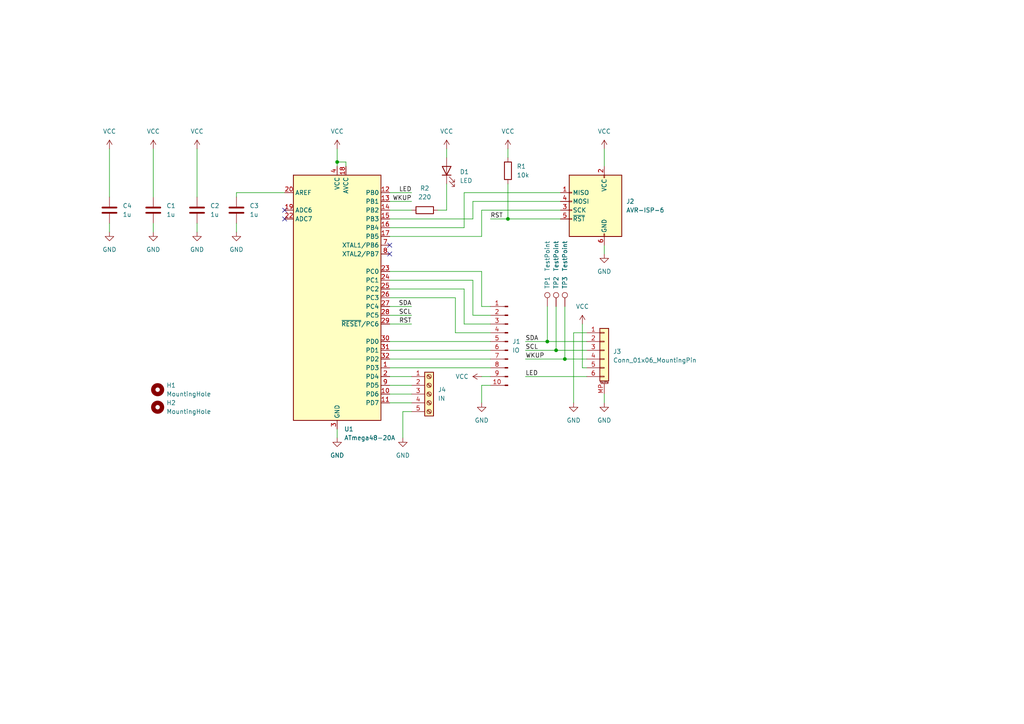
<source format=kicad_sch>
(kicad_sch (version 20211123) (generator eeschema)
  (paper "A4")
  (lib_symbols
    (symbol "Connector:AVR-ISP-6" (pin_names (offset 1.016))
      (property "Reference" "J" (at -6.35 11.43 0))
      (property "Value" "AVR-ISP-6" (at 0 11.43 0))
      (symbol "AVR-ISP-6_0_1"
        (rectangle (start -2.667 -6.858) (end -2.413 -7.62))
        (rectangle (start -2.667 10.16) (end -2.413 9.398))
        (rectangle (start 7.62 -2.413) (end 6.858 -2.667))
        (rectangle (start 7.62 0.127) (end 6.858 -0.127))
        (rectangle (start 7.62 2.667) (end 6.858 2.413))
        (rectangle (start 7.62 5.207) (end 6.858 4.953))
        (rectangle (start 7.62 10.16) (end -7.62 -7.62) (stroke (width 0.254)) (fill (type background)))
      )
      (symbol "AVR-ISP-6_1_1"
        (pin passive line (at 10.16 5.08 180) (length 2.54) (name "MISO") (number "1"))
        (pin passive line (at -2.54 12.7 270) (length 2.54) (name "VCC") (number "2"))
        (pin passive line (at 10.16 0 180) (length 2.54) (name "SCK") (number "3"))
        (pin passive line (at 10.16 2.54 180) (length 2.54) (name "MOSI") (number "4"))
        (pin passive line (at 10.16 -2.54 180) (length 2.54) (name "~{RST}") (number "5"))
        (pin passive line (at -2.54 -10.16 90) (length 2.54) (name "GND") (number "6"))
      )
    )
    (symbol "Connector:Conn_01x10_Male" (pin_names (offset 1.016) hide)
      (property "Reference" "J" (at 0 12.7 0))
      (property "Value" "Conn_01x10_Male" (at 0 -15.24 0))
      (symbol "Conn_01x10_Male_1_1"
        (polyline (pts (xy 1.27 -12.7) (xy 0.8636 -12.7)) (stroke (width 0.1524)))
        (polyline (pts (xy 1.27 -10.16) (xy 0.8636 -10.16)) (stroke (width 0.1524)))
        (polyline (pts (xy 1.27 -7.62) (xy 0.8636 -7.62)) (stroke (width 0.1524)))
        (polyline (pts (xy 1.27 -5.08) (xy 0.8636 -5.08)) (stroke (width 0.1524)))
        (polyline (pts (xy 1.27 -2.54) (xy 0.8636 -2.54)) (stroke (width 0.1524)))
        (polyline (pts (xy 1.27 0) (xy 0.8636 0)) (stroke (width 0.1524)))
        (polyline (pts (xy 1.27 2.54) (xy 0.8636 2.54)) (stroke (width 0.1524)))
        (polyline (pts (xy 1.27 5.08) (xy 0.8636 5.08)) (stroke (width 0.1524)))
        (polyline (pts (xy 1.27 7.62) (xy 0.8636 7.62)) (stroke (width 0.1524)))
        (polyline (pts (xy 1.27 10.16) (xy 0.8636 10.16)) (stroke (width 0.1524)))
        (rectangle (start 0.8636 -12.573) (end 0 -12.827) (stroke (width 0.1524)) (fill (type outline)))
        (rectangle (start 0.8636 -10.033) (end 0 -10.287) (stroke (width 0.1524)) (fill (type outline)))
        (rectangle (start 0.8636 -7.493) (end 0 -7.747) (stroke (width 0.1524)) (fill (type outline)))
        (rectangle (start 0.8636 -4.953) (end 0 -5.207) (stroke (width 0.1524)) (fill (type outline)))
        (rectangle (start 0.8636 -2.413) (end 0 -2.667) (stroke (width 0.1524)) (fill (type outline)))
        (rectangle (start 0.8636 0.127) (end 0 -0.127) (stroke (width 0.1524)) (fill (type outline)))
        (rectangle (start 0.8636 2.667) (end 0 2.413) (stroke (width 0.1524)) (fill (type outline)))
        (rectangle (start 0.8636 5.207) (end 0 4.953) (stroke (width 0.1524)) (fill (type outline)))
        (rectangle (start 0.8636 7.747) (end 0 7.493) (stroke (width 0.1524)) (fill (type outline)))
        (rectangle (start 0.8636 10.287) (end 0 10.033) (stroke (width 0.1524)) (fill (type outline)))
        (pin passive line (at 5.08 10.16 180) (length 3.81) (name "Pin_1") (number "1"))
        (pin passive line (at 5.08 -12.7 180) (length 3.81) (name "Pin_10") (number "10"))
        (pin passive line (at 5.08 7.62 180) (length 3.81) (name "Pin_2") (number "2"))
        (pin passive line (at 5.08 5.08 180) (length 3.81) (name "Pin_3") (number "3"))
        (pin passive line (at 5.08 2.54 180) (length 3.81) (name "Pin_4") (number "4"))
        (pin passive line (at 5.08 0 180) (length 3.81) (name "Pin_5") (number "5"))
        (pin passive line (at 5.08 -2.54 180) (length 3.81) (name "Pin_6") (number "6"))
        (pin passive line (at 5.08 -5.08 180) (length 3.81) (name "Pin_7") (number "7"))
        (pin passive line (at 5.08 -7.62 180) (length 3.81) (name "Pin_8") (number "8"))
        (pin passive line (at 5.08 -10.16 180) (length 3.81) (name "Pin_9") (number "9"))
      )
    )
    (symbol "Connector:Screw_Terminal_01x05" (pin_names (offset 1.016) hide)
      (property "Reference" "J" (at 0 7.62 0))
      (property "Value" "Screw_Terminal_01x05" (at 0 -7.62 0))
      (symbol "Screw_Terminal_01x05_1_1"
        (rectangle (start -1.27 6.35) (end 1.27 -6.35) (stroke (width 0.254)) (fill (type background)))
        (circle (center 0 -5.08) (radius 0.635) (stroke (width 0.1524)))
        (circle (center 0 -2.54) (radius 0.635) (stroke (width 0.1524)))
        (polyline (pts (xy -0.5334 -4.7498) (xy 0.3302 -5.588)) (stroke (width 0.1524)))
        (polyline (pts (xy -0.5334 -2.2098) (xy 0.3302 -3.048)) (stroke (width 0.1524)))
        (polyline (pts (xy -0.5334 0.3302) (xy 0.3302 -0.508)) (stroke (width 0.1524)))
        (polyline (pts (xy -0.5334 2.8702) (xy 0.3302 2.032)) (stroke (width 0.1524)))
        (polyline (pts (xy -0.5334 5.4102) (xy 0.3302 4.572)) (stroke (width 0.1524)))
        (polyline (pts (xy -0.3556 -4.572) (xy 0.508 -5.4102)) (stroke (width 0.1524)))
        (polyline (pts (xy -0.3556 -2.032) (xy 0.508 -2.8702)) (stroke (width 0.1524)))
        (polyline (pts (xy -0.3556 0.508) (xy 0.508 -0.3302)) (stroke (width 0.1524)))
        (polyline (pts (xy -0.3556 3.048) (xy 0.508 2.2098)) (stroke (width 0.1524)))
        (polyline (pts (xy -0.3556 5.588) (xy 0.508 4.7498)) (stroke (width 0.1524)))
        (circle (center 0 0) (radius 0.635) (stroke (width 0.1524)))
        (circle (center 0 2.54) (radius 0.635) (stroke (width 0.1524)))
        (circle (center 0 5.08) (radius 0.635) (stroke (width 0.1524)))
        (pin passive line (at -5.08 5.08 0) (length 3.81) (name "Pin_1") (number "1"))
        (pin passive line (at -5.08 2.54 0) (length 3.81) (name "Pin_2") (number "2"))
        (pin passive line (at -5.08 0 0) (length 3.81) (name "Pin_3") (number "3"))
        (pin passive line (at -5.08 -2.54 0) (length 3.81) (name "Pin_4") (number "4"))
        (pin passive line (at -5.08 -5.08 0) (length 3.81) (name "Pin_5") (number "5"))
      )
    )
    (symbol "Connector:TestPoint" (pin_numbers hide) (pin_names (offset 0.762) hide)
      (property "Reference" "TP" (at 0 6.858 0))
      (property "Value" "TestPoint" (at 0 5.08 0))
      (symbol "TestPoint_0_1"
        (circle (center 0 3.302) (radius 0.762))
      )
      (symbol "TestPoint_1_1"
        (pin passive line (at 0 0 90) (length 2.54) (name "1") (number "1"))
      )
    )
    (symbol "Connector_Generic_MountingPin:Conn_01x06_MountingPin" (pin_names (offset 1.016) hide)
      (property "Reference" "J" (at 0 7.62 0))
      (property "Value" "Conn_01x06_MountingPin" (at 1.27 -10.16 0))
      (symbol "Conn_01x06_MountingPin_1_1"
        (rectangle (start -1.27 -7.493) (end 0 -7.747) (stroke (width 0.1524)))
        (rectangle (start -1.27 -4.953) (end 0 -5.207) (stroke (width 0.1524)))
        (rectangle (start -1.27 -2.413) (end 0 -2.667) (stroke (width 0.1524)))
        (rectangle (start -1.27 0.127) (end 0 -0.127) (stroke (width 0.1524)))
        (rectangle (start -1.27 2.667) (end 0 2.413) (stroke (width 0.1524)))
        (rectangle (start -1.27 5.207) (end 0 4.953) (stroke (width 0.1524)))
        (rectangle (start -1.27 6.35) (end 1.27 -8.89) (stroke (width 0.254)) (fill (type background)))
        (polyline (pts (xy -1.016 -9.652) (xy 1.016 -9.652)) (stroke (width 0.1524)))
        (text "Mounting" (at 0 -9.271 0) (effects (font (size 0.381 0.381))))
        (pin passive line (at -5.08 5.08 0) (length 3.81) (name "Pin_1") (number "1"))
        (pin passive line (at -5.08 2.54 0) (length 3.81) (name "Pin_2") (number "2"))
        (pin passive line (at -5.08 0 0) (length 3.81) (name "Pin_3") (number "3"))
        (pin passive line (at -5.08 -2.54 0) (length 3.81) (name "Pin_4") (number "4"))
        (pin passive line (at -5.08 -5.08 0) (length 3.81) (name "Pin_5") (number "5"))
        (pin passive line (at -5.08 -7.62 0) (length 3.81) (name "Pin_6") (number "6"))
        (pin passive line (at 0 -12.7 90) (length 3.048) (name "MountPin") (number "MP"))
      )
    )
    (symbol "Device:C" (pin_numbers hide) (pin_names (offset 0.254))
      (property "Reference" "C" (at 0.635 2.54 0))
      (property "Value" "C" (at 0.635 -2.54 0))
      (symbol "C_0_1"
        (polyline (pts (xy -2.032 -0.762) (xy 2.032 -0.762)) (stroke (width 0.508)))
        (polyline (pts (xy -2.032 0.762) (xy 2.032 0.762)) (stroke (width 0.508)))
      )
      (symbol "C_1_1"
        (pin passive line (at 0 3.81 270) (length 2.794) (name "~") (number "1"))
        (pin passive line (at 0 -3.81 90) (length 2.794) (name "~") (number "2"))
      )
    )
    (symbol "Device:LED" (pin_numbers hide) (pin_names (offset 1.016) hide)
      (property "Reference" "D" (at 0 2.54 0))
      (property "Value" "LED" (at 0 -2.54 0))
      (symbol "LED_0_1"
        (polyline (pts (xy -1.27 -1.27) (xy -1.27 1.27)) (stroke (width 0.254)))
        (polyline (pts (xy -1.27 0) (xy 1.27 0)))
        (polyline (pts (xy 1.27 -1.27) (xy 1.27 1.27) (xy -1.27 0) (xy 1.27 -1.27)) (stroke (width 0.254)))
        (polyline (pts (xy -3.048 -0.762) (xy -4.572 -2.286) (xy -3.81 -2.286) (xy -4.572 -2.286) (xy -4.572 -1.524)))
        (polyline (pts (xy -1.778 -0.762) (xy -3.302 -2.286) (xy -2.54 -2.286) (xy -3.302 -2.286) (xy -3.302 -1.524)))
      )
      (symbol "LED_1_1"
        (pin passive line (at -3.81 0 0) (length 2.54) (name "K") (number "1"))
        (pin passive line (at 3.81 0 180) (length 2.54) (name "A") (number "2"))
      )
    )
    (symbol "Device:R" (pin_numbers hide) (pin_names (offset 0))
      (property "Reference" "R" (at 2.032 0 90))
      (property "Value" "R" (at 0 0 90))
      (symbol "R_0_1"
        (rectangle (start -1.016 -2.54) (end 1.016 2.54) (stroke (width 0.254)))
      )
      (symbol "R_1_1"
        (pin passive line (at 0 3.81 270) (length 1.27) (name "~") (number "1"))
        (pin passive line (at 0 -3.81 90) (length 1.27) (name "~") (number "2"))
      )
    )
    (symbol "MCU_Microchip_ATmega:ATmega48-20A"
      (property "Reference" "U" (at -12.7 36.83 0))
      (property "Value" "ATmega48-20A" (at 2.54 -36.83 0))
      (symbol "ATmega48-20A_0_1"
        (rectangle (start -12.7 -35.56) (end 12.7 35.56) (stroke (width 0.254)) (fill (type background)))
      )
      (symbol "ATmega48-20A_1_1"
        (pin bidirectional line (at 15.24 -20.32 180) (length 2.54) (name "PD3") (number "1"))
        (pin bidirectional line (at 15.24 -27.94 180) (length 2.54) (name "PD6") (number "10"))
        (pin bidirectional line (at 15.24 -30.48 180) (length 2.54) (name "PD7") (number "11"))
        (pin bidirectional line (at 15.24 30.48 180) (length 2.54) (name "PB0") (number "12"))
        (pin bidirectional line (at 15.24 27.94 180) (length 2.54) (name "PB1") (number "13"))
        (pin bidirectional line (at 15.24 25.4 180) (length 2.54) (name "PB2") (number "14"))
        (pin bidirectional line (at 15.24 22.86 180) (length 2.54) (name "PB3") (number "15"))
        (pin bidirectional line (at 15.24 20.32 180) (length 2.54) (name "PB4") (number "16"))
        (pin bidirectional line (at 15.24 17.78 180) (length 2.54) (name "PB5") (number "17"))
        (pin power_in line (at 2.54 38.1 270) (length 2.54) (name "AVCC") (number "18"))
        (pin input line (at -15.24 25.4 0) (length 2.54) (name "ADC6") (number "19"))
        (pin bidirectional line (at 15.24 -22.86 180) (length 2.54) (name "PD4") (number "2"))
        (pin passive line (at -15.24 30.48 0) (length 2.54) (name "AREF") (number "20"))
        (pin passive line (at 0 -38.1 90) (length 2.54) hide (name "GND") (number "21"))
        (pin input line (at -15.24 22.86 0) (length 2.54) (name "ADC7") (number "22"))
        (pin bidirectional line (at 15.24 7.62 180) (length 2.54) (name "PC0") (number "23"))
        (pin bidirectional line (at 15.24 5.08 180) (length 2.54) (name "PC1") (number "24"))
        (pin bidirectional line (at 15.24 2.54 180) (length 2.54) (name "PC2") (number "25"))
        (pin bidirectional line (at 15.24 0 180) (length 2.54) (name "PC3") (number "26"))
        (pin bidirectional line (at 15.24 -2.54 180) (length 2.54) (name "PC4") (number "27"))
        (pin bidirectional line (at 15.24 -5.08 180) (length 2.54) (name "PC5") (number "28"))
        (pin bidirectional line (at 15.24 -7.62 180) (length 2.54) (name "~{RESET}/PC6") (number "29"))
        (pin power_in line (at 0 -38.1 90) (length 2.54) (name "GND") (number "3"))
        (pin bidirectional line (at 15.24 -12.7 180) (length 2.54) (name "PD0") (number "30"))
        (pin bidirectional line (at 15.24 -15.24 180) (length 2.54) (name "PD1") (number "31"))
        (pin bidirectional line (at 15.24 -17.78 180) (length 2.54) (name "PD2") (number "32"))
        (pin power_in line (at 0 38.1 270) (length 2.54) (name "VCC") (number "4"))
        (pin passive line (at 0 -38.1 90) (length 2.54) hide (name "GND") (number "5"))
        (pin passive line (at 0 38.1 270) (length 2.54) hide (name "VCC") (number "6"))
        (pin bidirectional line (at 15.24 15.24 180) (length 2.54) (name "XTAL1/PB6") (number "7"))
        (pin bidirectional line (at 15.24 12.7 180) (length 2.54) (name "XTAL2/PB7") (number "8"))
        (pin bidirectional line (at 15.24 -25.4 180) (length 2.54) (name "PD5") (number "9"))
      )
    )
    (symbol "Mechanical:MountingHole" (pin_names (offset 1.016))
      (property "Reference" "H" (at 0 5.08 0))
      (property "Value" "MountingHole" (at 0 3.175 0))
      (symbol "MountingHole_0_1"
        (circle (center 0 0) (radius 1.27) (stroke (width 1.27)))
      )
    )
    (symbol "power:GND" (power) (pin_names (offset 0))
      (property "Value" "GND" (at 0 -3.81 0))
      (symbol "GND_0_1"
        (polyline (pts (xy 0 0) (xy 0 -1.27) (xy 1.27 -1.27) (xy 0 -2.54) (xy -1.27 -1.27) (xy 0 -1.27)))
      )
      (symbol "GND_1_1"
        (pin power_in line (at 0 0 270) (length 0) hide (name "GND") (number "1"))
      )
    )
    (symbol "power:VCC" (power) (pin_names (offset 0))
      (property "Value" "VCC" (at 0 3.81 0))
      (symbol "VCC_0_1"
        (polyline (pts (xy -0.762 1.27) (xy 0 2.54)))
        (polyline (pts (xy 0 0) (xy 0 2.54)))
        (polyline (pts (xy 0 2.54) (xy 0.762 1.27)))
      )
      (symbol "VCC_1_1"
        (pin power_in line (at 0 0 90) (length 0) hide (name "VCC") (number "1"))
      )
    )
  )
  (junction (at 158.75 99.06))
  (junction (at 163.83 104.14))
  (junction (at 161.29 101.6))
  (junction (at 147.32 63.5))
  (junction (at 97.79 46.99))
  (no_connect (at 82.55 63.5))
  (no_connect (at 82.55 60.96))
  (no_connect (at 113.03 73.66))
  (no_connect (at 113.03 71.12))
  (wire (pts (xy 147.32 45.72) (xy 147.32 43.18)))
  (wire (pts (xy 162.56 63.5) (xy 147.32 63.5)))
  (wire (pts (xy 142.24 88.9) (xy 139.7 88.9)))
  (wire (pts (xy 152.4 104.14) (xy 163.83 104.14)))
  (wire (pts (xy 142.24 63.5) (xy 147.32 63.5)))
  (wire (pts (xy 113.03 91.44) (xy 119.38 91.44)))
  (wire (pts (xy 168.91 93.98) (xy 168.91 106.68)))
  (wire (pts (xy 137.16 81.28) (xy 137.16 91.44)))
  (wire (pts (xy 158.75 99.06) (xy 170.18 99.06)))
  (wire (pts (xy 170.18 96.52) (xy 166.37 96.52)))
  (wire (pts (xy 97.79 46.99) (xy 100.33 46.99)))
  (wire (pts (xy 113.03 58.42) (xy 119.38 58.42)))
  (wire (pts (xy 139.7 68.58) (xy 139.7 60.96)))
  (wire (pts (xy 119.38 111.76) (xy 113.03 111.76)))
  (wire (pts (xy 137.16 58.42) (xy 162.56 58.42)))
  (wire (pts (xy 175.26 71.12) (xy 175.26 73.66)))
  (wire (pts (xy 57.15 64.77) (xy 57.15 67.31)))
  (wire (pts (xy 113.03 68.58) (xy 139.7 68.58)))
  (wire (pts (xy 175.26 43.18) (xy 175.26 48.26)))
  (wire (pts (xy 152.4 99.06) (xy 158.75 99.06)))
  (wire (pts (xy 147.32 63.5) (xy 147.32 53.34)))
  (wire (pts (xy 161.29 101.6) (xy 170.18 101.6)))
  (wire (pts (xy 113.03 60.96) (xy 119.38 60.96)))
  (wire (pts (xy 113.03 81.28) (xy 137.16 81.28)))
  (wire (pts (xy 139.7 78.74) (xy 139.7 88.9)))
  (wire (pts (xy 113.03 93.98) (xy 119.38 93.98)))
  (wire (pts (xy 152.4 109.22) (xy 170.18 109.22)))
  (wire (pts (xy 129.54 43.18) (xy 129.54 45.72)))
  (wire (pts (xy 31.75 64.77) (xy 31.75 67.31)))
  (wire (pts (xy 119.38 116.84) (xy 113.03 116.84)))
  (wire (pts (xy 97.79 46.99) (xy 97.79 48.26)))
  (wire (pts (xy 166.37 96.52) (xy 166.37 116.84)))
  (wire (pts (xy 113.03 88.9) (xy 119.38 88.9)))
  (wire (pts (xy 132.08 86.36) (xy 132.08 96.52)))
  (wire (pts (xy 152.4 101.6) (xy 161.29 101.6)))
  (wire (pts (xy 44.45 64.77) (xy 44.45 67.31)))
  (wire (pts (xy 113.03 83.82) (xy 134.62 83.82)))
  (wire (pts (xy 161.29 88.9) (xy 161.29 101.6)))
  (wire (pts (xy 163.83 104.14) (xy 170.18 104.14)))
  (wire (pts (xy 162.56 55.88) (xy 134.62 55.88)))
  (wire (pts (xy 119.38 114.3) (xy 113.03 114.3)))
  (wire (pts (xy 113.03 63.5) (xy 137.16 63.5)))
  (wire (pts (xy 97.79 43.18) (xy 97.79 46.99)))
  (wire (pts (xy 113.03 55.88) (xy 119.38 55.88)))
  (wire (pts (xy 68.58 57.15) (xy 68.58 55.88)))
  (wire (pts (xy 116.84 127) (xy 116.84 119.38)))
  (wire (pts (xy 100.33 46.99) (xy 100.33 48.26)))
  (wire (pts (xy 142.24 93.98) (xy 134.62 93.98)))
  (wire (pts (xy 113.03 101.6) (xy 142.24 101.6)))
  (wire (pts (xy 127 60.96) (xy 129.54 60.96)))
  (wire (pts (xy 170.18 106.68) (xy 168.91 106.68)))
  (wire (pts (xy 137.16 63.5) (xy 137.16 58.42)))
  (wire (pts (xy 113.03 99.06) (xy 142.24 99.06)))
  (wire (pts (xy 158.75 88.9) (xy 158.75 99.06)))
  (wire (pts (xy 139.7 109.22) (xy 142.24 109.22)))
  (wire (pts (xy 31.75 43.18) (xy 31.75 57.15)))
  (wire (pts (xy 119.38 109.22) (xy 113.03 109.22)))
  (wire (pts (xy 68.58 55.88) (xy 82.55 55.88)))
  (wire (pts (xy 57.15 43.18) (xy 57.15 57.15)))
  (wire (pts (xy 175.26 114.3) (xy 175.26 116.84)))
  (wire (pts (xy 134.62 83.82) (xy 134.62 93.98)))
  (wire (pts (xy 132.08 96.52) (xy 142.24 96.52)))
  (wire (pts (xy 116.84 119.38) (xy 119.38 119.38)))
  (wire (pts (xy 113.03 86.36) (xy 132.08 86.36)))
  (wire (pts (xy 129.54 53.34) (xy 129.54 60.96)))
  (wire (pts (xy 113.03 78.74) (xy 139.7 78.74)))
  (wire (pts (xy 113.03 106.68) (xy 142.24 106.68)))
  (wire (pts (xy 134.62 66.04) (xy 113.03 66.04)))
  (wire (pts (xy 97.79 124.46) (xy 97.79 127)))
  (wire (pts (xy 142.24 91.44) (xy 137.16 91.44)))
  (wire (pts (xy 134.62 55.88) (xy 134.62 66.04)))
  (wire (pts (xy 139.7 116.84) (xy 139.7 111.76)))
  (wire (pts (xy 113.03 104.14) (xy 142.24 104.14)))
  (wire (pts (xy 68.58 67.31) (xy 68.58 64.77)))
  (wire (pts (xy 44.45 43.18) (xy 44.45 57.15)))
  (wire (pts (xy 139.7 111.76) (xy 142.24 111.76)))
  (wire (pts (xy 163.83 88.9) (xy 163.83 104.14)))
  (wire (pts (xy 139.7 60.96) (xy 162.56 60.96)))
  (label "WKUP" (at 119.38 58.42 180))
  (label "RST" (at 142.24 63.5 0))
  (label "LED" (at 119.38 55.88 180))
  (label "SDA" (at 119.38 88.9 180))
  (label "RST" (at 119.38 93.98 180))
  (label "SCL" (at 152.4 101.6 0))
  (label "LED" (at 152.4 109.22 0))
  (label "WKUP" (at 152.4 104.14 0))
  (label "SCL" (at 119.38 91.44 180))
  (label "SDA" (at 152.4 99.06 0))
  (symbol (lib_id "Connector:TestPoint") (at 163.83 88.9 0) (unit 1)
    (property "Reference" "TP3" (at 163.83 83.82 90) (effects (justify left)))
    (property "Value" "TestPoint" (at 163.83 78.74 90) (effects (justify left)))
    (property "Footprint" "TestPoint:TestPoint_Pad_D2.0mm" (effects hide))
  )
  (symbol (lib_id "power:VCC") (at 44.45 43.18 0) (unit 1)
    (property "Reference" "#PWR0110" (effects hide))
    (property "Value" "VCC" (at 44.45 38.1 0))
  )
  (symbol (lib_id "power:GND") (at 44.45 67.31 0) (unit 1)
    (property "Reference" "#PWR0108" (effects hide))
    (property "Value" "GND" (at 44.45 72.39 0))
  )
  (symbol (lib_id "Device:C") (at 44.45 60.96 0) (unit 1)
    (property "Reference" "C1" (at 48.26 59.6899 0) (effects (justify left)))
    (property "Value" "1u" (at 48.26 62.2299 0) (effects (justify left)))
    (property "Footprint" "Capacitor_SMD:C_0402_1005Metric" (effects hide))
  )
  (symbol (lib_id "Mechanical:MountingHole") (at 45.72 118.11 0) (unit 1)
    (property "Reference" "H2" (at 48.26 116.8399 0) (effects (justify left)))
    (property "Value" "MountingHole" (at 48.26 119.3799 0) (effects (justify left)))
    (property "Footprint" "MountingHole:MountingHole_2.2mm_M2_ISO14580" (effects hide))
  )
  (symbol (lib_id "MCU_Microchip_ATmega:ATmega48-20A") (at 97.79 86.36 0) (unit 1)
    (property "Reference" "U1" (at 99.8094 124.46 0) (effects (justify left)))
    (property "Value" "ATmega48-20A" (at 99.8094 127 0) (effects (justify left)))
    (property "Footprint" "Package_QFP:TQFP-32_7x7mm_P0.8mm" (effects hide))
    (property "Datasheet" "http://ww1.microchip.com/downloads/en/DeviceDoc/Atmel-2545-8-bit-AVR-Microcontroller-ATmega48-88-168_Datasheet.pdf" (effects hide))
  )
  (symbol (lib_id "power:VCC") (at 97.79 43.18 0) (unit 1)
    (property "Reference" "#PWR0106" (effects hide))
    (property "Value" "VCC" (at 97.79 38.1 0))
  )
  (symbol (lib_id "Device:C") (at 68.58 60.96 0) (unit 1)
    (property "Reference" "C3" (at 72.39 59.6899 0) (effects (justify left)))
    (property "Value" "1u" (at 72.39 62.2299 0) (effects (justify left)))
    (property "Footprint" "Capacitor_SMD:C_0402_1005Metric" (effects hide))
  )
  (symbol (lib_id "power:GND") (at 31.75 67.31 0) (unit 1)
    (property "Reference" "#PWR0118" (effects hide))
    (property "Value" "GND" (at 31.75 72.39 0))
  )
  (symbol (lib_id "power:VCC") (at 168.91 93.98 0) (mirror y) (unit 1)
    (property "Reference" "#PWR0114" (effects hide))
    (property "Value" "VCC" (at 168.91 88.9 0))
  )
  (symbol (lib_id "Device:R") (at 123.19 60.96 270) (unit 1)
    (property "Reference" "R2" (at 123.19 54.61 90))
    (property "Value" "220" (at 123.19 57.15 90))
    (property "Footprint" "Resistor_SMD:R_0402_1005Metric" (effects hide))
  )
  (symbol (lib_id "Connector:Conn_01x10_Male") (at 147.32 99.06 0) (mirror y) (unit 1)
    (property "Reference" "J1" (at 148.59 99.0599 0) (effects (justify right)))
    (property "Value" "IO" (at 148.59 101.5999 0) (effects (justify right)))
    (property "Footprint" "Connector_IDC:IDC-Header_2x05_P2.54mm_Vertical" (effects hide))
  )
  (symbol (lib_id "power:GND") (at 166.37 116.84 0) (unit 1)
    (property "Reference" "#PWR0116" (effects hide))
    (property "Value" "GND" (at 166.37 121.92 0))
  )
  (symbol (lib_id "Device:R") (at 147.32 49.53 180) (unit 1)
    (property "Reference" "R1" (at 149.86 48.2599 0) (effects (justify right)))
    (property "Value" "10k" (at 149.86 50.7999 0) (effects (justify right)))
    (property "Footprint" "Resistor_SMD:R_0402_1005Metric" (effects hide))
  )
  (symbol (lib_id "Device:C") (at 31.75 60.96 0) (unit 1)
    (property "Reference" "C4" (at 35.56 59.6899 0) (effects (justify left)))
    (property "Value" "1u" (at 35.56 62.2299 0) (effects (justify left)))
    (property "Footprint" "Capacitor_SMD:C_0402_1005Metric" (effects hide))
  )
  (symbol (lib_id "power:GND") (at 68.58 67.31 0) (unit 1)
    (property "Reference" "#PWR0109" (effects hide))
    (property "Value" "GND" (at 68.58 72.39 0))
  )
  (symbol (lib_id "Connector:TestPoint") (at 158.75 88.9 0) (unit 1)
    (property "Reference" "TP1" (at 158.75 83.82 90) (effects (justify left)))
    (property "Value" "TestPoint" (at 158.75 78.74 90) (effects (justify left)))
    (property "Footprint" "TestPoint:TestPoint_Pad_D2.0mm" (effects hide))
  )
  (symbol (lib_id "power:VCC") (at 129.54 43.18 0) (mirror y) (unit 1)
    (property "Reference" "#PWR0113" (effects hide))
    (property "Value" "VCC" (at 129.54 38.1 0))
  )
  (symbol (lib_id "power:VCC") (at 139.7 109.22 90) (mirror x) (unit 1)
    (property "Reference" "#PWR0104" (effects hide))
    (property "Value" "VCC" (at 132.08 109.22 90) (effects (justify right)))
  )
  (symbol (lib_id "Device:C") (at 57.15 60.96 0) (unit 1)
    (property "Reference" "C2" (at 60.96 59.6899 0) (effects (justify left)))
    (property "Value" "1u" (at 60.96 62.2299 0) (effects (justify left)))
    (property "Footprint" "Capacitor_SMD:C_0402_1005Metric" (effects hide))
  )
  (symbol (lib_id "Connector:TestPoint") (at 161.29 88.9 0) (unit 1)
    (property "Reference" "TP2" (at 161.29 83.82 90) (effects (justify left)))
    (property "Value" "TestPoint" (at 161.29 78.74 90) (effects (justify left)))
    (property "Footprint" "TestPoint:TestPoint_Pad_D2.0mm" (effects hide))
  )
  (symbol (lib_id "power:GND") (at 139.7 116.84 0) (unit 1)
    (property "Reference" "#PWR0105" (effects hide))
    (property "Value" "GND" (at 139.7 121.92 0))
  )
  (symbol (lib_id "power:VCC") (at 57.15 43.18 0) (unit 1)
    (property "Reference" "#PWR0111" (effects hide))
    (property "Value" "VCC" (at 57.15 38.1 0))
  )
  (symbol (lib_id "power:VCC") (at 31.75 43.18 0) (unit 1)
    (property "Reference" "#PWR0117" (effects hide))
    (property "Value" "VCC" (at 31.75 38.1 0))
  )
  (symbol (lib_id "Connector_Generic_MountingPin:Conn_01x06_MountingPin") (at 175.26 101.6 0) (unit 1)
    (property "Reference" "J3" (at 177.8 101.9555 0) (effects (justify left)))
    (property "Value" "Conn_01x06_MountingPin" (at 177.8 104.4955 0) (effects (justify left)))
    (property "Footprint" "Connector_FFC-FPC:TE_84953-6_1x06-1MP_P1.0mm_Horizontal" (effects hide))
  )
  (symbol (lib_id "Connector:AVR-ISP-6") (at 172.72 60.96 0) (mirror y) (unit 1)
    (property "Reference" "J2" (at 181.61 58.4199 0) (effects (justify right)))
    (property "Value" "AVR-ISP-6" (at 181.61 60.9599 0) (effects (justify right)))
    (property "Footprint" "Connector_IDC:IDC-Header_2x03_P2.54mm_Vertical" (effects hide))
    (property "Datasheet" " ~" (effects hide))
  )
  (symbol (lib_id "power:VCC") (at 175.26 43.18 0) (mirror y) (unit 1)
    (property "Reference" "#PWR0102" (effects hide))
    (property "Value" "VCC" (at 175.26 38.1 0))
  )
  (symbol (lib_id "power:GND") (at 175.26 73.66 0) (mirror y) (unit 1)
    (property "Reference" "#PWR0103" (effects hide))
    (property "Value" "GND" (at 175.26 78.74 0))
  )
  (symbol (lib_id "power:GND") (at 57.15 67.31 0) (unit 1)
    (property "Reference" "#PWR0107" (effects hide))
    (property "Value" "GND" (at 57.15 72.39 0))
  )
  (symbol (lib_id "power:VCC") (at 147.32 43.18 0) (mirror y) (unit 1)
    (property "Reference" "#PWR0101" (effects hide))
    (property "Value" "VCC" (at 147.32 38.1 0))
  )
  (symbol (lib_id "power:GND") (at 116.84 127 0) (unit 1)
    (property "Reference" "#PWR0119" (effects hide))
    (property "Value" "GND" (at 116.84 132.08 0))
  )
  (symbol (lib_id "Mechanical:MountingHole") (at 45.72 113.03 0) (unit 1)
    (property "Reference" "H1" (at 48.26 111.7599 0) (effects (justify left)))
    (property "Value" "MountingHole" (at 48.26 114.2999 0) (effects (justify left)))
    (property "Footprint" "MountingHole:MountingHole_2.2mm_M2_ISO14580" (effects hide))
  )
  (symbol (lib_id "power:GND") (at 175.26 116.84 0) (unit 1)
    (property "Reference" "#PWR0115" (effects hide))
    (property "Value" "GND" (at 175.26 121.92 0))
  )
  (symbol (lib_id "power:GND") (at 97.79 127 0) (unit 1)
    (property "Reference" "#PWR0112" (effects hide))
    (property "Value" "GND" (at 97.79 132.08 0))
  )
  (symbol (lib_id "Connector:Screw_Terminal_01x05") (at 124.46 114.3 0) (unit 1)
    (property "Reference" "J4" (at 127 113.0299 0) (effects (justify left)))
    (property "Value" "IN" (at 127 115.5699 0) (effects (justify left)))
    (property "Footprint" "TerminalBlock_Phoenix:TerminalBlock_Phoenix_PT-1,5-5-3.5-H_1x05_P3.50mm_Horizontal" (effects hide))
  )
  (symbol (lib_id "Device:LED") (at 129.54 49.53 90) (unit 1)
    (property "Reference" "D1" (at 133.35 49.8474 90) (effects (justify right)))
    (property "Value" "LED" (at 133.35 52.3874 90) (effects (justify right)))
    (property "Footprint" "LED_SMD:LED_0603_1608Metric" (effects hide))
  )
)
</source>
